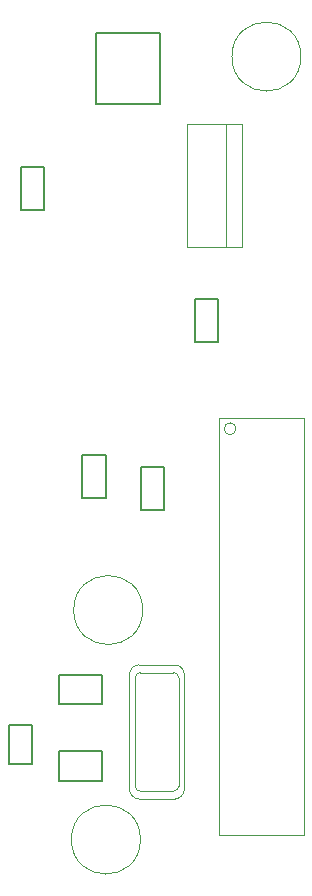
<source format=gbr>
G04*
G04 #@! TF.GenerationSoftware,Altium Limited,Altium Designer,22.4.2 (48)*
G04*
G04 Layer_Color=16711935*
%FSLAX44Y44*%
%MOMM*%
G71*
G04*
G04 #@! TF.SameCoordinates,FA8E5277-3887-454B-883E-EC14CB0092E5*
G04*
G04*
G04 #@! TF.FilePolarity,Positive*
G04*
G01*
G75*
%ADD10C,0.2000*%
%ADD42C,0.1000*%
D10*
X734220Y552890D02*
X754220D01*
Y585910D01*
X734220D02*
X754220D01*
X734220Y552890D02*
Y585910D01*
X744380Y1058130D02*
X764380D01*
X744380Y1022130D02*
Y1058130D01*
Y1022130D02*
X764380D01*
Y1058130D01*
X777220Y603450D02*
X813220D01*
X777220D02*
Y628450D01*
X813220D01*
Y603450D02*
Y628450D01*
X777220Y538680D02*
X813220D01*
X777220D02*
Y563680D01*
X813220D01*
Y538680D02*
Y563680D01*
X808560Y1111980D02*
X862760D01*
X808560D02*
Y1171480D01*
X862760D01*
Y1111980D02*
Y1171480D01*
X891700Y910370D02*
Y946370D01*
X911700D01*
Y910370D02*
Y946370D01*
X891700Y910370D02*
X911700D01*
X845980Y804130D02*
X865980D01*
X845980Y768130D02*
Y804130D01*
Y768130D02*
X865980D01*
Y804130D01*
X796450Y814510D02*
X816450D01*
X796450Y778510D02*
Y814510D01*
Y778510D02*
X816450D01*
Y814510D01*
D42*
X847740Y683260D02*
G03*
X847740Y683260I-29225J0D01*
G01*
X836539Y531621D02*
G03*
X844789Y523371I8250J0D01*
G01*
X874789Y523371D02*
G03*
X883039Y531621I0J8250D01*
G01*
Y628621D02*
G03*
X874789Y636871I-8250J0D01*
G01*
X844789Y636871D02*
G03*
X836539Y628621I0J-8250D01*
G01*
X841289Y534371D02*
G03*
X845789Y529871I4500J0D01*
G01*
X873789D02*
G03*
X878289Y534371I0J4500D01*
G01*
Y625871D02*
G03*
X873789Y630371I-4500J0D01*
G01*
X845789D02*
G03*
X841289Y625871I0J-4500D01*
G01*
X845835Y488950D02*
G03*
X845835Y488950I-29225J0D01*
G01*
X981725Y1151890D02*
G03*
X981725Y1151890I-29225J0D01*
G01*
X926690Y836790D02*
G03*
X926690Y836790I-5000J0D01*
G01*
X883039Y531621D02*
Y628621D01*
X836539Y531621D02*
Y628621D01*
X878289Y534370D02*
Y625870D01*
X841289Y534370D02*
Y625870D01*
X845789Y630371D02*
X873789D01*
X844789Y636871D02*
X874789D01*
X845789Y529871D02*
X873789D01*
X844789Y523371D02*
X874789D01*
X874789Y523371D01*
X885470Y990670D02*
Y1094670D01*
Y1094670D02*
X931470D01*
Y990670D02*
Y1094670D01*
X885470Y990670D02*
X931470D01*
X918470D02*
Y1094670D01*
X912690Y492790D02*
X984690D01*
X912690Y845790D02*
X984690D01*
Y492790D02*
Y845790D01*
X912690Y492790D02*
Y845790D01*
M02*

</source>
